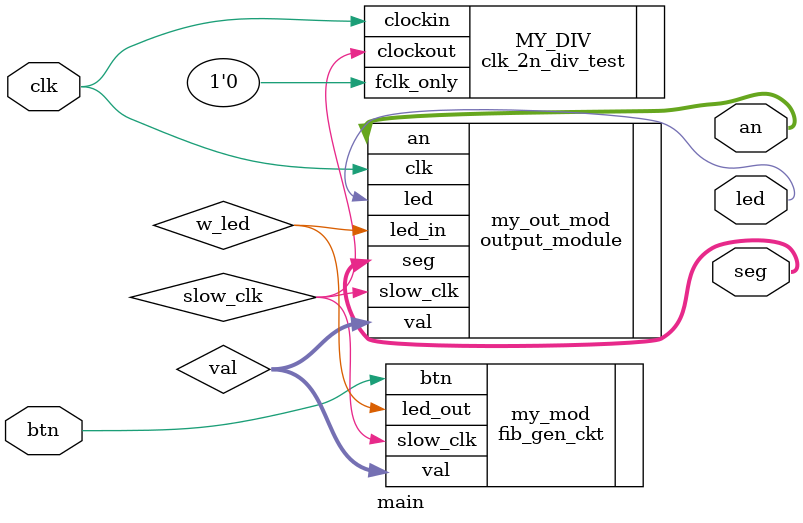
<source format=v>
`timescale 1ns / 1ps


module main(
    input btn, clk,
    output [7:0] seg,
    output [3:0] an,
    output led
    );
    
    wire slow_clk, w_led;
    wire [10:0] val;
    
    // module that gets the value to display 
    fib_gen_ckt my_mod(
        .btn(btn), .slow_clk(slow_clk),
        .val(val), .led_out(w_led)
    );
    
    // module that recieves value to display and outputs heartbeat and 7seg
    output_module my_out_mod(
        .val(val), .led_in(w_led), .clk(clk), .slow_clk(slow_clk),
        .seg(seg), .an(an), .led(led)
    );
    
    clk_2n_div_test #(.n(25)) MY_DIV (
        .clockin   (clk), 
        .fclk_only (1'b0),          
        .clockout  (slow_clk)   
    );
endmodule

</source>
